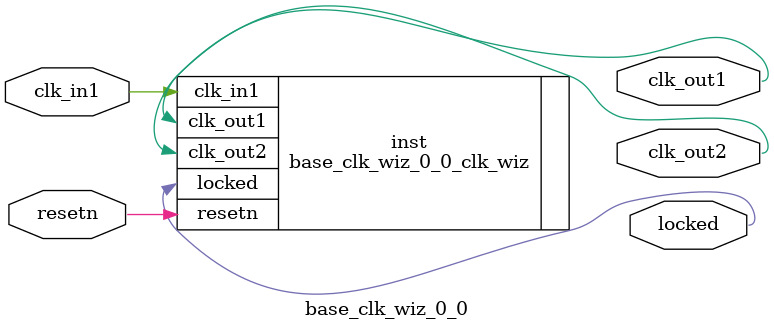
<source format=v>


`timescale 1ps/1ps

(* CORE_GENERATION_INFO = "base_clk_wiz_0_0,clk_wiz_v6_0_1_0_0,{component_name=base_clk_wiz_0_0,use_phase_alignment=true,use_min_o_jitter=false,use_max_i_jitter=false,use_dyn_phase_shift=false,use_inclk_switchover=false,use_dyn_reconfig=false,enable_axi=0,feedback_source=FDBK_AUTO,PRIMITIVE=MMCM,num_out_clk=2,clkin1_period=5.000,clkin2_period=10.000,use_power_down=false,use_reset=true,use_locked=true,use_inclk_stopped=false,feedback_type=SINGLE,CLOCK_MGR_TYPE=NA,manual_override=false}" *)

module base_clk_wiz_0_0 
 (
  // Clock out ports
  output        clk_out1,
  output        clk_out2,
  // Status and control signals
  input         resetn,
  output        locked,
 // Clock in ports
  input         clk_in1
 );

  base_clk_wiz_0_0_clk_wiz inst
  (
  // Clock out ports  
  .clk_out1(clk_out1),
  .clk_out2(clk_out2),
  // Status and control signals               
  .resetn(resetn), 
  .locked(locked),
 // Clock in ports
  .clk_in1(clk_in1)
  );

endmodule

</source>
